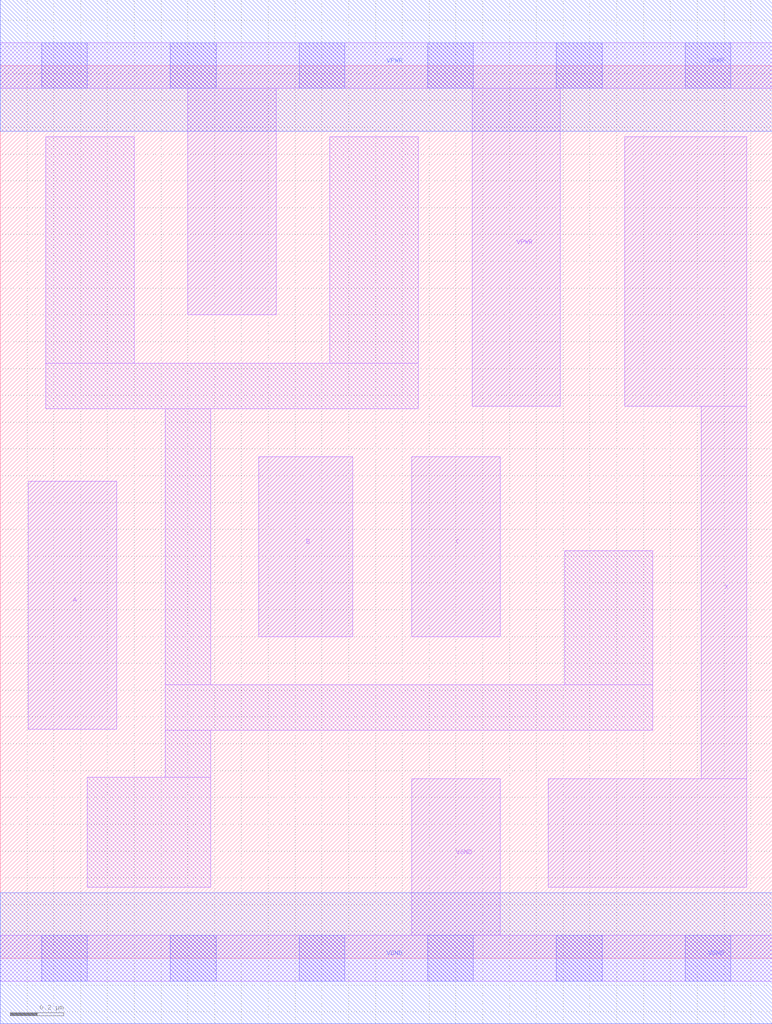
<source format=lef>
# Copyright 2020 The SkyWater PDK Authors
#
# Licensed under the Apache License, Version 2.0 (the "License");
# you may not use this file except in compliance with the License.
# You may obtain a copy of the License at
#
#     https://www.apache.org/licenses/LICENSE-2.0
#
# Unless required by applicable law or agreed to in writing, software
# distributed under the License is distributed on an "AS IS" BASIS,
# WITHOUT WARRANTIES OR CONDITIONS OF ANY KIND, either express or implied.
# See the License for the specific language governing permissions and
# limitations under the License.
#
# SPDX-License-Identifier: Apache-2.0

VERSION 5.7 ;
  NAMESCASESENSITIVE ON ;
  NOWIREEXTENSIONATPIN ON ;
  DIVIDERCHAR "/" ;
  BUSBITCHARS "[]" ;
UNITS
  DATABASE MICRONS 200 ;
END UNITS
MACRO sky130_fd_sc_lp__and3_lp
  CLASS CORE ;
  SOURCE USER ;
  FOREIGN sky130_fd_sc_lp__and3_lp ;
  ORIGIN  0.000000  0.000000 ;
  SIZE  2.880000 BY  3.330000 ;
  SYMMETRY X Y R90 ;
  SITE unit ;
  PIN A
    ANTENNAGATEAREA  0.313000 ;
    DIRECTION INPUT ;
    USE SIGNAL ;
    PORT
      LAYER li1 ;
        RECT 0.105000 0.855000 0.435000 1.780000 ;
    END
  END A
  PIN B
    ANTENNAGATEAREA  0.313000 ;
    DIRECTION INPUT ;
    USE SIGNAL ;
    PORT
      LAYER li1 ;
        RECT 0.965000 1.200000 1.315000 1.870000 ;
    END
  END B
  PIN C
    ANTENNAGATEAREA  0.313000 ;
    DIRECTION INPUT ;
    USE SIGNAL ;
    PORT
      LAYER li1 ;
        RECT 1.535000 1.200000 1.865000 1.870000 ;
    END
  END C
  PIN X
    ANTENNADIFFAREA  0.404700 ;
    DIRECTION OUTPUT ;
    USE SIGNAL ;
    PORT
      LAYER li1 ;
        RECT 2.045000 0.265000 2.785000 0.670000 ;
        RECT 2.330000 2.060000 2.785000 3.065000 ;
        RECT 2.615000 0.670000 2.785000 2.060000 ;
    END
  END X
  PIN VGND
    DIRECTION INOUT ;
    USE GROUND ;
    PORT
      LAYER li1 ;
        RECT 0.000000 -0.085000 2.880000 0.085000 ;
        RECT 1.535000  0.085000 1.865000 0.670000 ;
      LAYER mcon ;
        RECT 0.155000 -0.085000 0.325000 0.085000 ;
        RECT 0.635000 -0.085000 0.805000 0.085000 ;
        RECT 1.115000 -0.085000 1.285000 0.085000 ;
        RECT 1.595000 -0.085000 1.765000 0.085000 ;
        RECT 2.075000 -0.085000 2.245000 0.085000 ;
        RECT 2.555000 -0.085000 2.725000 0.085000 ;
      LAYER met1 ;
        RECT 0.000000 -0.245000 2.880000 0.245000 ;
    END
  END VGND
  PIN VPWR
    DIRECTION INOUT ;
    USE POWER ;
    PORT
      LAYER li1 ;
        RECT 0.000000 3.245000 2.880000 3.415000 ;
        RECT 0.700000 2.400000 1.030000 3.245000 ;
        RECT 1.760000 2.060000 2.090000 3.245000 ;
      LAYER mcon ;
        RECT 0.155000 3.245000 0.325000 3.415000 ;
        RECT 0.635000 3.245000 0.805000 3.415000 ;
        RECT 1.115000 3.245000 1.285000 3.415000 ;
        RECT 1.595000 3.245000 1.765000 3.415000 ;
        RECT 2.075000 3.245000 2.245000 3.415000 ;
        RECT 2.555000 3.245000 2.725000 3.415000 ;
      LAYER met1 ;
        RECT 0.000000 3.085000 2.880000 3.575000 ;
    END
  END VPWR
  OBS
    LAYER li1 ;
      RECT 0.170000 2.050000 1.560000 2.220000 ;
      RECT 0.170000 2.220000 0.500000 3.065000 ;
      RECT 0.325000 0.265000 0.785000 0.675000 ;
      RECT 0.615000 0.675000 0.785000 0.850000 ;
      RECT 0.615000 0.850000 2.435000 1.020000 ;
      RECT 0.615000 1.020000 0.785000 2.050000 ;
      RECT 1.230000 2.220000 1.560000 3.065000 ;
      RECT 2.105000 1.020000 2.435000 1.520000 ;
  END
END sky130_fd_sc_lp__and3_lp

</source>
